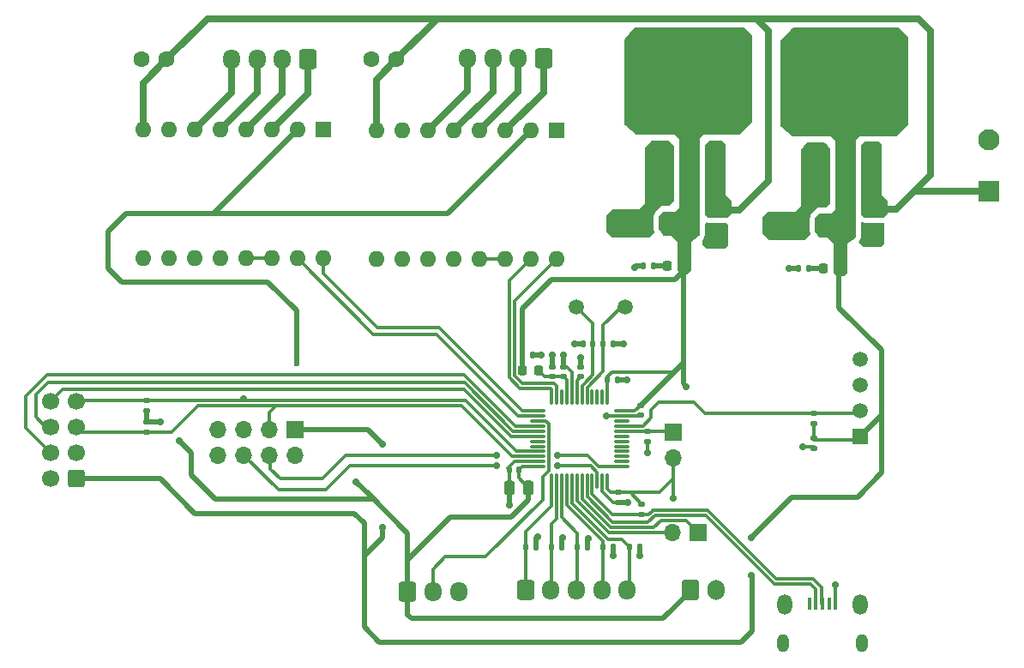
<source format=gbr>
%TF.GenerationSoftware,KiCad,Pcbnew,8.0.5*%
%TF.CreationDate,2025-01-03T15:42:35+07:00*%
%TF.ProjectId,Controller_Board,436f6e74-726f-46c6-9c65-725f426f6172,rev?*%
%TF.SameCoordinates,Original*%
%TF.FileFunction,Copper,L1,Top*%
%TF.FilePolarity,Positive*%
%FSLAX46Y46*%
G04 Gerber Fmt 4.6, Leading zero omitted, Abs format (unit mm)*
G04 Created by KiCad (PCBNEW 8.0.5) date 2025-01-03 15:42:35*
%MOMM*%
%LPD*%
G01*
G04 APERTURE LIST*
G04 Aperture macros list*
%AMRoundRect*
0 Rectangle with rounded corners*
0 $1 Rounding radius*
0 $2 $3 $4 $5 $6 $7 $8 $9 X,Y pos of 4 corners*
0 Add a 4 corners polygon primitive as box body*
4,1,4,$2,$3,$4,$5,$6,$7,$8,$9,$2,$3,0*
0 Add four circle primitives for the rounded corners*
1,1,$1+$1,$2,$3*
1,1,$1+$1,$4,$5*
1,1,$1+$1,$6,$7*
1,1,$1+$1,$8,$9*
0 Add four rect primitives between the rounded corners*
20,1,$1+$1,$2,$3,$4,$5,0*
20,1,$1+$1,$4,$5,$6,$7,0*
20,1,$1+$1,$6,$7,$8,$9,0*
20,1,$1+$1,$8,$9,$2,$3,0*%
G04 Aperture macros list end*
%TA.AperFunction,ComponentPad*%
%ADD10C,1.600000*%
%TD*%
%TA.AperFunction,SMDPad,CuDef*%
%ADD11RoundRect,0.135000X0.185000X-0.135000X0.185000X0.135000X-0.185000X0.135000X-0.185000X-0.135000X0*%
%TD*%
%TA.AperFunction,SMDPad,CuDef*%
%ADD12RoundRect,0.140000X-0.170000X0.140000X-0.170000X-0.140000X0.170000X-0.140000X0.170000X0.140000X0*%
%TD*%
%TA.AperFunction,SMDPad,CuDef*%
%ADD13RoundRect,0.135000X-0.135000X-0.185000X0.135000X-0.185000X0.135000X0.185000X-0.135000X0.185000X0*%
%TD*%
%TA.AperFunction,SMDPad,CuDef*%
%ADD14RoundRect,0.250000X1.250000X0.550000X-1.250000X0.550000X-1.250000X-0.550000X1.250000X-0.550000X0*%
%TD*%
%TA.AperFunction,SMDPad,CuDef*%
%ADD15RoundRect,0.250000X0.300000X-2.050000X0.300000X2.050000X-0.300000X2.050000X-0.300000X-2.050000X0*%
%TD*%
%TA.AperFunction,SMDPad,CuDef*%
%ADD16RoundRect,0.250000X2.375000X-2.025000X2.375000X2.025000X-2.375000X2.025000X-2.375000X-2.025000X0*%
%TD*%
%TA.AperFunction,SMDPad,CuDef*%
%ADD17RoundRect,0.250002X5.149998X-4.449998X5.149998X4.449998X-5.149998X4.449998X-5.149998X-4.449998X0*%
%TD*%
%TA.AperFunction,SMDPad,CuDef*%
%ADD18RoundRect,0.135000X-0.185000X0.135000X-0.185000X-0.135000X0.185000X-0.135000X0.185000X0.135000X0*%
%TD*%
%TA.AperFunction,SMDPad,CuDef*%
%ADD19RoundRect,0.218750X-0.218750X-0.256250X0.218750X-0.256250X0.218750X0.256250X-0.218750X0.256250X0*%
%TD*%
%TA.AperFunction,ComponentPad*%
%ADD20RoundRect,0.250000X0.600000X0.725000X-0.600000X0.725000X-0.600000X-0.725000X0.600000X-0.725000X0*%
%TD*%
%TA.AperFunction,ComponentPad*%
%ADD21O,1.700000X1.950000*%
%TD*%
%TA.AperFunction,SMDPad,CuDef*%
%ADD22RoundRect,0.140000X-0.140000X-0.170000X0.140000X-0.170000X0.140000X0.170000X-0.140000X0.170000X0*%
%TD*%
%TA.AperFunction,SMDPad,CuDef*%
%ADD23RoundRect,0.250000X0.250000X0.475000X-0.250000X0.475000X-0.250000X-0.475000X0.250000X-0.475000X0*%
%TD*%
%TA.AperFunction,SMDPad,CuDef*%
%ADD24RoundRect,0.135000X0.135000X0.185000X-0.135000X0.185000X-0.135000X-0.185000X0.135000X-0.185000X0*%
%TD*%
%TA.AperFunction,ComponentPad*%
%ADD25R,1.700000X1.700000*%
%TD*%
%TA.AperFunction,ComponentPad*%
%ADD26O,1.700000X1.700000*%
%TD*%
%TA.AperFunction,ComponentPad*%
%ADD27RoundRect,0.250000X-0.600000X-0.725000X0.600000X-0.725000X0.600000X0.725000X-0.600000X0.725000X0*%
%TD*%
%TA.AperFunction,ComponentPad*%
%ADD28RoundRect,0.250000X-0.600000X-0.750000X0.600000X-0.750000X0.600000X0.750000X-0.600000X0.750000X0*%
%TD*%
%TA.AperFunction,ComponentPad*%
%ADD29O,1.700000X2.000000*%
%TD*%
%TA.AperFunction,ComponentPad*%
%ADD30R,1.600000X1.600000*%
%TD*%
%TA.AperFunction,ComponentPad*%
%ADD31O,1.600000X1.600000*%
%TD*%
%TA.AperFunction,SMDPad,CuDef*%
%ADD32R,0.450000X1.300000*%
%TD*%
%TA.AperFunction,ComponentPad*%
%ADD33O,1.150000X1.800000*%
%TD*%
%TA.AperFunction,ComponentPad*%
%ADD34O,1.450000X2.000000*%
%TD*%
%TA.AperFunction,SMDPad,CuDef*%
%ADD35RoundRect,0.140000X0.170000X-0.140000X0.170000X0.140000X-0.170000X0.140000X-0.170000X-0.140000X0*%
%TD*%
%TA.AperFunction,SMDPad,CuDef*%
%ADD36RoundRect,0.250000X-0.475000X0.250000X-0.475000X-0.250000X0.475000X-0.250000X0.475000X0.250000X0*%
%TD*%
%TA.AperFunction,ComponentPad*%
%ADD37R,2.100000X2.100000*%
%TD*%
%TA.AperFunction,ComponentPad*%
%ADD38C,2.100000*%
%TD*%
%TA.AperFunction,SMDPad,CuDef*%
%ADD39RoundRect,0.140000X0.140000X0.170000X-0.140000X0.170000X-0.140000X-0.170000X0.140000X-0.170000X0*%
%TD*%
%TA.AperFunction,ComponentPad*%
%ADD40RoundRect,0.250000X0.600000X0.600000X-0.600000X0.600000X-0.600000X-0.600000X0.600000X-0.600000X0*%
%TD*%
%TA.AperFunction,ComponentPad*%
%ADD41C,1.700000*%
%TD*%
%TA.AperFunction,SMDPad,CuDef*%
%ADD42RoundRect,0.075000X-0.075000X0.662500X-0.075000X-0.662500X0.075000X-0.662500X0.075000X0.662500X0*%
%TD*%
%TA.AperFunction,SMDPad,CuDef*%
%ADD43RoundRect,0.075000X-0.662500X0.075000X-0.662500X-0.075000X0.662500X-0.075000X0.662500X0.075000X0*%
%TD*%
%TA.AperFunction,ComponentPad*%
%ADD44R,1.500000X1.500000*%
%TD*%
%TA.AperFunction,ComponentPad*%
%ADD45C,1.500000*%
%TD*%
%TA.AperFunction,ViaPad*%
%ADD46C,0.700000*%
%TD*%
%TA.AperFunction,ViaPad*%
%ADD47C,0.600000*%
%TD*%
%TA.AperFunction,Conductor*%
%ADD48C,0.300000*%
%TD*%
%TA.AperFunction,Conductor*%
%ADD49C,0.500000*%
%TD*%
%TA.AperFunction,Conductor*%
%ADD50C,0.700000*%
%TD*%
G04 APERTURE END LIST*
D10*
%TO.P,C15,1*%
%TO.N,PSU_+12V*%
X117300000Y-68000000D03*
%TO.P,C15,2*%
%TO.N,GND*%
X114800000Y-68000000D03*
%TD*%
D11*
%TO.P,R2,1*%
%TO.N,+3.3V*%
X92600000Y-102700000D03*
%TO.P,R2,2*%
%TO.N,I2C_SCL*%
X92600000Y-101680000D03*
%TD*%
D12*
%TO.P,C4,1*%
%TO.N,+3.3V*%
X141400000Y-102140000D03*
%TO.P,C4,2*%
%TO.N,GND*%
X141400000Y-103100000D03*
%TD*%
D13*
%TO.P,R8,1*%
%TO.N,LS_EXT_5*%
X140260000Y-116100000D03*
%TO.P,R8,2*%
%TO.N,GND*%
X141280000Y-116100000D03*
%TD*%
D14*
%TO.P,Electrolytic1,1*%
%TO.N,+3.3V*%
X145200000Y-84400000D03*
%TO.P,Electrolytic1,2*%
%TO.N,GND*%
X140800000Y-84400000D03*
%TD*%
D15*
%TO.P,U2,1,GND*%
%TO.N,GND*%
X143685000Y-78725000D03*
%TO.P,U2,2,VO*%
%TO.N,+3.3V*%
X146225000Y-78725000D03*
D16*
X143450000Y-72000000D03*
X149000000Y-72000000D03*
D17*
X146225000Y-69575000D03*
D16*
X143450000Y-67150000D03*
X149000000Y-67150000D03*
D15*
%TO.P,U2,3,VI*%
%TO.N,PSU_+12V*%
X148765000Y-78725000D03*
%TD*%
D18*
%TO.P,R4,1*%
%TO.N,+3.3V*%
X141500000Y-111890000D03*
%TO.P,R4,2*%
%TO.N,USB_D+*%
X141500000Y-112910000D03*
%TD*%
D19*
%TO.P,D1,1,K*%
%TO.N,Net-(D1-K)*%
X144012500Y-88400000D03*
%TO.P,D1,2,A*%
%TO.N,+3.3V*%
X145587500Y-88400000D03*
%TD*%
D20*
%TO.P,J7,1,Pin_1*%
%TO.N,Net-(A1-1B)*%
X131800000Y-67900000D03*
D21*
%TO.P,J7,2,Pin_2*%
%TO.N,Net-(A1-1A)*%
X129300000Y-67900000D03*
%TO.P,J7,3,Pin_3*%
%TO.N,Net-(A1-2A)*%
X126800000Y-67900000D03*
%TO.P,J7,4,Pin_4*%
%TO.N,Net-(A1-2B)*%
X124300000Y-67900000D03*
%TD*%
D22*
%TO.P,C5,1*%
%TO.N,+3.3V*%
X138120000Y-99637500D03*
%TO.P,C5,2*%
%TO.N,GND*%
X139080000Y-99637500D03*
%TD*%
D23*
%TO.P,C3,1*%
%TO.N,+3.3V*%
X130330000Y-110260000D03*
%TO.P,C3,2*%
%TO.N,GND*%
X128430000Y-110260000D03*
%TD*%
D15*
%TO.P,U3,1,GND*%
%TO.N,GND*%
X159125000Y-78725000D03*
%TO.P,U3,2,VO*%
%TO.N,+5V*%
X161665000Y-78725000D03*
D16*
X158890000Y-72000000D03*
X164440000Y-72000000D03*
D17*
X161665000Y-69575000D03*
D16*
X158890000Y-67150000D03*
X164440000Y-67150000D03*
D15*
%TO.P,U3,3,VI*%
%TO.N,PSU_+12V*%
X164205000Y-78725000D03*
%TD*%
D24*
%TO.P,R6,1*%
%TO.N,Net-(D2-K)*%
X157987500Y-88600000D03*
%TO.P,R6,2*%
%TO.N,GND*%
X156967500Y-88600000D03*
%TD*%
D25*
%TO.P,J9,1,Pin_1*%
%TO.N,USART_1_RX*%
X147075000Y-114700000D03*
D26*
%TO.P,J9,2,Pin_2*%
%TO.N,USART_1_TX*%
X144535000Y-114700000D03*
%TD*%
D20*
%TO.P,J8,1,Pin_1*%
%TO.N,Net-(A2-1B)*%
X108500000Y-68000000D03*
D21*
%TO.P,J8,2,Pin_2*%
%TO.N,Net-(A2-1A)*%
X106000000Y-68000000D03*
%TO.P,J8,3,Pin_3*%
%TO.N,Net-(A2-2A)*%
X103500000Y-68000000D03*
%TO.P,J8,4,Pin_4*%
%TO.N,Net-(A2-2B)*%
X101000000Y-68000000D03*
%TD*%
D12*
%TO.P,C14,1*%
%TO.N,GND*%
X135500000Y-98340000D03*
%TO.P,C14,2*%
%TO.N,Net-(U1-NRST)*%
X135500000Y-99300000D03*
%TD*%
D27*
%TO.P,J2,1,Pin_1*%
%TO.N,LS_EXT_1*%
X130040000Y-120400000D03*
D21*
%TO.P,J2,2,Pin_2*%
%TO.N,LS_EXT_2*%
X132540000Y-120400000D03*
%TO.P,J2,3,Pin_3*%
%TO.N,LS_EXT_3*%
X135040000Y-120400000D03*
%TO.P,J2,4,Pin_4*%
%TO.N,LS_EXT_4*%
X137540000Y-120400000D03*
%TO.P,J2,5,Pin_5*%
%TO.N,LS_EXT_5*%
X140040000Y-120400000D03*
%TD*%
D28*
%TO.P,J4,1,Pin_1*%
%TO.N,+3.3V*%
X146300000Y-120400000D03*
D29*
%TO.P,J4,2,Pin_2*%
%TO.N,GND*%
X148800000Y-120400000D03*
%TD*%
D30*
%TO.P,A1,1,GND*%
%TO.N,GND*%
X133100000Y-75000000D03*
D31*
%TO.P,A1,2,VDD*%
%TO.N,+5V*%
X130560000Y-75000000D03*
%TO.P,A1,3,1B*%
%TO.N,Net-(A1-1B)*%
X128020000Y-75000000D03*
%TO.P,A1,4,1A*%
%TO.N,Net-(A1-1A)*%
X125480000Y-75000000D03*
%TO.P,A1,5,2A*%
%TO.N,Net-(A1-2A)*%
X122940000Y-75000000D03*
%TO.P,A1,6,2B*%
%TO.N,Net-(A1-2B)*%
X120400000Y-75000000D03*
%TO.P,A1,7,GND*%
%TO.N,GND*%
X117860000Y-75000000D03*
%TO.P,A1,8,VMOT*%
%TO.N,PSU_+12V*%
X115320000Y-75000000D03*
%TO.P,A1,9,~{ENABLE}*%
%TO.N,unconnected-(A1-~{ENABLE}-Pad9)*%
X115320000Y-87700000D03*
%TO.P,A1,10,MS1*%
%TO.N,unconnected-(A1-MS1-Pad10)*%
X117860000Y-87700000D03*
%TO.P,A1,11,MS2*%
%TO.N,unconnected-(A1-MS2-Pad11)*%
X120400000Y-87700000D03*
%TO.P,A1,12,MS3*%
%TO.N,unconnected-(A1-MS3-Pad12)*%
X122940000Y-87700000D03*
%TO.P,A1,13,~{RESET}*%
%TO.N,Net-(A1-~{RESET})*%
X125480000Y-87700000D03*
%TO.P,A1,14,~{SLEEP}*%
X128020000Y-87700000D03*
%TO.P,A1,15,STEP*%
%TO.N,STEP_1*%
X130560000Y-87700000D03*
%TO.P,A1,16,DIR*%
%TO.N,DIR_1*%
X133100000Y-87700000D03*
%TD*%
D32*
%TO.P,J6,1,VBUS*%
%TO.N,unconnected-(J6-VBUS-Pad1)*%
X158025000Y-121750000D03*
%TO.P,J6,2,D-*%
%TO.N,USB_D-*%
X158675000Y-121750000D03*
%TO.P,J6,3,D+*%
%TO.N,USB_D+*%
X159325000Y-121750000D03*
%TO.P,J6,4,ID*%
%TO.N,unconnected-(J6-ID-Pad4)*%
X159975000Y-121750000D03*
%TO.P,J6,5,GND*%
%TO.N,GND*%
X160625000Y-121750000D03*
D33*
%TO.P,J6,6,Shield*%
%TO.N,unconnected-(J6-Shield-Pad6)*%
X155450000Y-125600000D03*
D34*
%TO.N,unconnected-(J6-Shield-Pad6)_3*%
X155600000Y-121800000D03*
%TO.N,unconnected-(J6-Shield-Pad6)_2*%
X163050000Y-121800000D03*
D33*
%TO.N,unconnected-(J6-Shield-Pad6)_1*%
X163200000Y-125600000D03*
%TD*%
D13*
%TO.P,R9,1*%
%TO.N,LS_EXT_4*%
X137660000Y-116100000D03*
%TO.P,R9,2*%
%TO.N,GND*%
X138680000Y-116100000D03*
%TD*%
D14*
%TO.P,Electrolytic2,1*%
%TO.N,+5V*%
X160800000Y-84600000D03*
%TO.P,Electrolytic2,2*%
%TO.N,GND*%
X156400000Y-84600000D03*
%TD*%
D18*
%TO.P,R7,1*%
%TO.N,DHT22_SDA*%
X158500000Y-102910000D03*
%TO.P,R7,2*%
%TO.N,+5V*%
X158500000Y-103930000D03*
%TD*%
D10*
%TO.P,C16,1*%
%TO.N,PSU_+12V*%
X94600000Y-68000000D03*
%TO.P,C16,2*%
%TO.N,GND*%
X92100000Y-68000000D03*
%TD*%
D19*
%TO.P,D2,1,K*%
%TO.N,Net-(D2-K)*%
X159400000Y-88600000D03*
%TO.P,D2,2,A*%
%TO.N,+5V*%
X160975000Y-88600000D03*
%TD*%
D18*
%TO.P,R1,1*%
%TO.N,/BOOT0*%
X142100000Y-104700000D03*
%TO.P,R1,2*%
%TO.N,GND*%
X142100000Y-105720000D03*
%TD*%
D19*
%TO.P,FB1,1*%
%TO.N,+3.3V*%
X129725000Y-98700000D03*
%TO.P,FB1,2*%
%TO.N,+3.3VA*%
X131300000Y-98700000D03*
%TD*%
D13*
%TO.P,R10,1*%
%TO.N,LS_EXT_3*%
X135160000Y-116100000D03*
%TO.P,R10,2*%
%TO.N,GND*%
X136180000Y-116100000D03*
%TD*%
D35*
%TO.P,C10,1*%
%TO.N,+3.3VA*%
X132700000Y-99300000D03*
%TO.P,C10,2*%
%TO.N,GND*%
X132700000Y-98340000D03*
%TD*%
D25*
%TO.P,JP1,1,A*%
%TO.N,/BOOT0*%
X144600000Y-104760000D03*
D26*
%TO.P,JP1,2,B*%
%TO.N,+3.3V*%
X144600000Y-107300000D03*
%TD*%
D36*
%TO.P,C2,1*%
%TO.N,PSU_+12V*%
X164190000Y-82750000D03*
%TO.P,C2,2*%
%TO.N,GND*%
X164190000Y-84650000D03*
%TD*%
D24*
%TO.P,R5,1*%
%TO.N,Net-(D1-K)*%
X142695000Y-88400000D03*
%TO.P,R5,2*%
%TO.N,GND*%
X141675000Y-88400000D03*
%TD*%
D37*
%TO.P,J10,1,Pin_1*%
%TO.N,PSU_+12V*%
X175800000Y-81000000D03*
D38*
%TO.P,J10,2,Pin_2*%
%TO.N,GND*%
X175800000Y-75920000D03*
%TD*%
D22*
%TO.P,C11,1*%
%TO.N,/HSE_OUT*%
X137700000Y-96100000D03*
%TO.P,C11,2*%
%TO.N,GND*%
X138660000Y-96100000D03*
%TD*%
D12*
%TO.P,C17,1*%
%TO.N,+5V*%
X158500000Y-105395000D03*
%TO.P,C17,2*%
%TO.N,GND*%
X158500000Y-106355000D03*
%TD*%
D39*
%TO.P,C6,1*%
%TO.N,+3.3V*%
X129360000Y-108510000D03*
%TO.P,C6,2*%
%TO.N,GND*%
X128400000Y-108510000D03*
%TD*%
D40*
%TO.P,J3,1,Pin_1*%
%TO.N,+5V*%
X85700000Y-109340000D03*
D41*
%TO.P,J3,2,Pin_2*%
%TO.N,GND*%
X83160000Y-109340000D03*
%TO.P,J3,3,Pin_3*%
%TO.N,unconnected-(J3-Pin_3-Pad3)*%
X85700000Y-106800000D03*
%TO.P,J3,4,Pin_4*%
%TO.N,BUTTON_1*%
X83160000Y-106800000D03*
%TO.P,J3,5,Pin_5*%
%TO.N,I2C_SDA*%
X85700000Y-104260000D03*
%TO.P,J3,6,Pin_6*%
%TO.N,BUTTON_2*%
X83160000Y-104260000D03*
%TO.P,J3,7,Pin_7*%
%TO.N,I2C_SCL*%
X85700000Y-101720000D03*
%TO.P,J3,8,Pin_8*%
%TO.N,BUTTON_3*%
X83160000Y-101720000D03*
%TD*%
D35*
%TO.P,C9,1*%
%TO.N,+3.3VA*%
X133800000Y-99300000D03*
%TO.P,C9,2*%
%TO.N,GND*%
X133800000Y-98340000D03*
%TD*%
D22*
%TO.P,C13,1*%
%TO.N,+3.3V*%
X129740000Y-97200000D03*
%TO.P,C13,2*%
%TO.N,GND*%
X130700000Y-97200000D03*
%TD*%
D30*
%TO.P,A2,1,GND*%
%TO.N,GND*%
X110040000Y-74900000D03*
D31*
%TO.P,A2,2,VDD*%
%TO.N,+5V*%
X107500000Y-74900000D03*
%TO.P,A2,3,1B*%
%TO.N,Net-(A2-1B)*%
X104960000Y-74900000D03*
%TO.P,A2,4,1A*%
%TO.N,Net-(A2-1A)*%
X102420000Y-74900000D03*
%TO.P,A2,5,2A*%
%TO.N,Net-(A2-2A)*%
X99880000Y-74900000D03*
%TO.P,A2,6,2B*%
%TO.N,Net-(A2-2B)*%
X97340000Y-74900000D03*
%TO.P,A2,7,GND*%
%TO.N,GND*%
X94800000Y-74900000D03*
%TO.P,A2,8,VMOT*%
%TO.N,PSU_+12V*%
X92260000Y-74900000D03*
%TO.P,A2,9,~{ENABLE}*%
%TO.N,unconnected-(A2-~{ENABLE}-Pad9)*%
X92260000Y-87600000D03*
%TO.P,A2,10,MS1*%
%TO.N,unconnected-(A2-MS1-Pad10)*%
X94800000Y-87600000D03*
%TO.P,A2,11,MS2*%
%TO.N,unconnected-(A2-MS2-Pad11)*%
X97340000Y-87600000D03*
%TO.P,A2,12,MS3*%
%TO.N,unconnected-(A2-MS3-Pad12)*%
X99880000Y-87600000D03*
%TO.P,A2,13,~{RESET}*%
%TO.N,Net-(A2-~{RESET})*%
X102420000Y-87600000D03*
%TO.P,A2,14,~{SLEEP}*%
X104960000Y-87600000D03*
%TO.P,A2,15,STEP*%
%TO.N,STEP_2*%
X107500000Y-87600000D03*
%TO.P,A2,16,DIR*%
%TO.N,DIR_2*%
X110040000Y-87600000D03*
%TD*%
D42*
%TO.P,U1,1,VBAT*%
%TO.N,+3.3V*%
X138100000Y-101275000D03*
%TO.P,U1,2,PC13*%
%TO.N,unconnected-(U1-PC13-Pad2)*%
X137600000Y-101275000D03*
%TO.P,U1,3,PC14*%
%TO.N,unconnected-(U1-PC14-Pad3)*%
X137100000Y-101275000D03*
%TO.P,U1,4,PC15*%
%TO.N,unconnected-(U1-PC15-Pad4)*%
X136600000Y-101275000D03*
%TO.P,U1,5,PD0*%
%TO.N,/HSE_OUT*%
X136100000Y-101275000D03*
%TO.P,U1,6,PD1*%
%TO.N,/HSE_IN*%
X135600000Y-101275000D03*
%TO.P,U1,7,NRST*%
%TO.N,Net-(U1-NRST)*%
X135100000Y-101275000D03*
%TO.P,U1,8,VSSA*%
%TO.N,GND*%
X134600000Y-101275000D03*
%TO.P,U1,9,VDDA*%
%TO.N,+3.3VA*%
X134100000Y-101275000D03*
%TO.P,U1,10,PA0*%
%TO.N,unconnected-(U1-PA0-Pad10)*%
X133600000Y-101275000D03*
%TO.P,U1,11,PA1*%
%TO.N,DIR_1*%
X133100000Y-101275000D03*
%TO.P,U1,12,PA2*%
%TO.N,STEP_1*%
X132600000Y-101275000D03*
D43*
%TO.P,U1,13,PA3*%
%TO.N,DIR_2*%
X131187500Y-102687500D03*
%TO.P,U1,14,PA4*%
%TO.N,STEP_2*%
X131187500Y-103187500D03*
%TO.P,U1,15,PA5*%
%TO.N,LS_ZERO*%
X131187500Y-103687500D03*
%TO.P,U1,16,PA6*%
%TO.N,BUTTON_1*%
X131187500Y-104187500D03*
%TO.P,U1,17,PA7*%
%TO.N,BUTTON_2*%
X131187500Y-104687500D03*
%TO.P,U1,18,PB0*%
%TO.N,BUTTON_3*%
X131187500Y-105187500D03*
%TO.P,U1,19,PB1*%
%TO.N,unconnected-(U1-PB1-Pad19)*%
X131187500Y-105687500D03*
%TO.P,U1,20,PB2*%
%TO.N,unconnected-(U1-PB2-Pad20)*%
X131187500Y-106187500D03*
%TO.P,U1,21,PB10*%
%TO.N,I2C_SCL*%
X131187500Y-106687500D03*
%TO.P,U1,22,PB11*%
%TO.N,I2C_SDA*%
X131187500Y-107187500D03*
%TO.P,U1,23,VSS*%
%TO.N,GND*%
X131187500Y-107687500D03*
%TO.P,U1,24,VDD*%
%TO.N,+3.3V*%
X131187500Y-108187500D03*
D42*
%TO.P,U1,25,PB12*%
%TO.N,LS_EXT_1*%
X132600000Y-109600000D03*
%TO.P,U1,26,PB13*%
%TO.N,LS_EXT_2*%
X133100000Y-109600000D03*
%TO.P,U1,27,PB14*%
%TO.N,LS_EXT_3*%
X133600000Y-109600000D03*
%TO.P,U1,28,PB15*%
%TO.N,LS_EXT_4*%
X134100000Y-109600000D03*
%TO.P,U1,29,PA8*%
%TO.N,LS_EXT_5*%
X134600000Y-109600000D03*
%TO.P,U1,30,PA9*%
%TO.N,USART_1_TX*%
X135100000Y-109600000D03*
%TO.P,U1,31,PA10*%
%TO.N,USART_1_RX*%
X135600000Y-109600000D03*
%TO.P,U1,32,PA11*%
%TO.N,USB_D-*%
X136100000Y-109600000D03*
%TO.P,U1,33,PA12*%
%TO.N,USB_D+*%
X136600000Y-109600000D03*
%TO.P,U1,34,PA13*%
%TO.N,SWDIO*%
X137100000Y-109600000D03*
%TO.P,U1,35,VSS*%
%TO.N,GND*%
X137600000Y-109600000D03*
%TO.P,U1,36,VDD*%
%TO.N,+3.3V*%
X138100000Y-109600000D03*
D43*
%TO.P,U1,37,PA14*%
%TO.N,SWCLK*%
X139512500Y-108187500D03*
%TO.P,U1,38,PA15*%
%TO.N,unconnected-(U1-PA15-Pad38)*%
X139512500Y-107687500D03*
%TO.P,U1,39,PB3*%
%TO.N,unconnected-(U1-PB3-Pad39)*%
X139512500Y-107187500D03*
%TO.P,U1,40,PB4*%
%TO.N,unconnected-(U1-PB4-Pad40)*%
X139512500Y-106687500D03*
%TO.P,U1,41,PB5*%
%TO.N,unconnected-(U1-PB5-Pad41)*%
X139512500Y-106187500D03*
%TO.P,U1,42,PB6*%
%TO.N,unconnected-(U1-PB6-Pad42)*%
X139512500Y-105687500D03*
%TO.P,U1,43,PB7*%
%TO.N,unconnected-(U1-PB7-Pad43)*%
X139512500Y-105187500D03*
%TO.P,U1,44,BOOT0*%
%TO.N,/BOOT0*%
X139512500Y-104687500D03*
%TO.P,U1,45,PB8*%
%TO.N,DHT22_SDA*%
X139512500Y-104187500D03*
%TO.P,U1,46,PB9*%
%TO.N,unconnected-(U1-PB9-Pad46)*%
X139512500Y-103687500D03*
%TO.P,U1,47,VSS*%
%TO.N,GND*%
X139512500Y-103187500D03*
%TO.P,U1,48,VDD*%
%TO.N,+3.3V*%
X139512500Y-102687500D03*
%TD*%
D27*
%TO.P,J1,1,Pin_1*%
%TO.N,+3.3V*%
X118400000Y-120500000D03*
D21*
%TO.P,J1,2,Pin_2*%
%TO.N,LS_ZERO*%
X120900000Y-120500000D03*
%TO.P,J1,3,Pin_3*%
%TO.N,GND*%
X123400000Y-120500000D03*
%TD*%
D39*
%TO.P,C12,1*%
%TO.N,/HSE_IN*%
X136660000Y-96100000D03*
%TO.P,C12,2*%
%TO.N,GND*%
X135700000Y-96100000D03*
%TD*%
D12*
%TO.P,C7,1*%
%TO.N,+3.3V*%
X139200000Y-110740000D03*
%TO.P,C7,2*%
%TO.N,GND*%
X139200000Y-111700000D03*
%TD*%
D44*
%TO.P,U4,1,VDD*%
%TO.N,+5V*%
X163100000Y-105210000D03*
D45*
%TO.P,U4,2,SDA*%
%TO.N,DHT22_SDA*%
X163100000Y-102670000D03*
%TO.P,U4,3,GND*%
%TO.N,GND*%
X163100000Y-100130000D03*
%TO.P,U4,4,GND*%
X163100000Y-97590000D03*
%TD*%
%TO.P,Y1,1,1*%
%TO.N,/HSE_OUT*%
X139900000Y-92400000D03*
%TO.P,Y1,2,2*%
%TO.N,/HSE_IN*%
X135020000Y-92400000D03*
%TD*%
D13*
%TO.P,R11,1*%
%TO.N,LS_EXT_2*%
X132560000Y-116100000D03*
%TO.P,R11,2*%
%TO.N,GND*%
X133580000Y-116100000D03*
%TD*%
%TO.P,R12,1*%
%TO.N,LS_EXT_1*%
X130060000Y-116100000D03*
%TO.P,R12,2*%
%TO.N,GND*%
X131080000Y-116100000D03*
%TD*%
D18*
%TO.P,R3,1*%
%TO.N,+3.3V*%
X92600000Y-103780000D03*
%TO.P,R3,2*%
%TO.N,I2C_SDA*%
X92600000Y-104800000D03*
%TD*%
D25*
%TO.P,J5,1,Pin_1*%
%TO.N,+5V*%
X107300000Y-104560000D03*
D26*
%TO.P,J5,2,Pin_2*%
%TO.N,+3.3V*%
X107300000Y-107100000D03*
%TO.P,J5,3,Pin_3*%
%TO.N,I2C_SDA*%
X104760000Y-104560000D03*
%TO.P,J5,4,Pin_4*%
%TO.N,SWCLK*%
X104760000Y-107100000D03*
%TO.P,J5,5,Pin_5*%
%TO.N,I2C_SCL*%
X102220000Y-104560000D03*
%TO.P,J5,6,Pin_6*%
%TO.N,SWDIO*%
X102220000Y-107100000D03*
%TO.P,J5,7,Pin_7*%
%TO.N,GND*%
X99680000Y-104560000D03*
%TO.P,J5,8,Pin_8*%
X99680000Y-107100000D03*
%TD*%
D36*
%TO.P,C1,1*%
%TO.N,PSU_+12V*%
X148850000Y-82875000D03*
%TO.P,C1,2*%
%TO.N,GND*%
X148850000Y-84775000D03*
%TD*%
D46*
%TO.N,GND*%
X160625000Y-119900000D03*
X157840000Y-77900000D03*
X141300000Y-117000000D03*
X128400000Y-112000000D03*
X154200000Y-85100000D03*
X149365000Y-86075000D03*
X139700000Y-96100000D03*
X142100000Y-106800000D03*
X142465000Y-76775000D03*
X132700000Y-97200000D03*
X138700000Y-117000000D03*
X138600000Y-84000000D03*
X148465000Y-86075000D03*
X163740000Y-86000000D03*
X133700000Y-115200000D03*
X131600000Y-97200000D03*
X138600000Y-84900000D03*
X157840000Y-77000000D03*
X140800000Y-88500000D03*
X136200000Y-115300000D03*
X138000000Y-103200000D03*
X156037500Y-88650000D03*
X131200000Y-115100000D03*
X140000000Y-99600000D03*
X135500000Y-97400000D03*
X164640000Y-86000000D03*
X133800000Y-97200000D03*
X134900000Y-96100000D03*
X142465000Y-77675000D03*
X154200000Y-84200000D03*
X157400000Y-106200000D03*
X140100000Y-111700000D03*
%TO.N,+3.3V*%
X145900000Y-100300000D03*
X144600000Y-111300000D03*
X95800000Y-105600000D03*
X94000000Y-103800000D03*
X113300000Y-109700000D03*
D47*
%TO.N,+5V*%
X107400000Y-98000000D03*
D46*
X152300000Y-115200000D03*
X152300000Y-118900000D03*
X115900000Y-114200000D03*
X115900000Y-106000000D03*
%TO.N,I2C_SCL*%
X102200000Y-101480000D03*
%TO.N,SWCLK*%
X133200000Y-107100000D03*
X127200000Y-107100000D03*
%TO.N,SWDIO*%
X127200000Y-108100000D03*
X133200000Y-108100000D03*
%TD*%
D48*
%TO.N,GND*%
X128400000Y-108510000D02*
X128400000Y-110230000D01*
D49*
X136180000Y-115320000D02*
X136180000Y-116100000D01*
X141280000Y-116100000D02*
X141280000Y-116980000D01*
X139962500Y-99637500D02*
X140000000Y-99600000D01*
D48*
X158495000Y-106200000D02*
X158500000Y-106195000D01*
D49*
X131080000Y-116100000D02*
X131080000Y-115220000D01*
X130700000Y-97200000D02*
X131600000Y-97200000D01*
X131080000Y-115220000D02*
X131200000Y-115100000D01*
X140900000Y-88400000D02*
X140800000Y-88500000D01*
D48*
X131187500Y-107687500D02*
X128912501Y-107687500D01*
D49*
X135500000Y-97400000D02*
X135500000Y-98340000D01*
D48*
X128267500Y-108377500D02*
X128400000Y-108510000D01*
X137600000Y-109600000D02*
X137600000Y-110660000D01*
D49*
X156087500Y-88600000D02*
X156037500Y-88650000D01*
X156967500Y-88600000D02*
X156087500Y-88600000D01*
X133580000Y-115320000D02*
X133700000Y-115200000D01*
X128400000Y-112000000D02*
X128400000Y-110290000D01*
D48*
X157400000Y-106200000D02*
X158495000Y-106200000D01*
D49*
X138660000Y-96100000D02*
X139700000Y-96100000D01*
X136200000Y-115300000D02*
X136180000Y-115320000D01*
X139080000Y-99637500D02*
X139962500Y-99637500D01*
X133800000Y-97200000D02*
X133800000Y-98340000D01*
X133580000Y-116100000D02*
X133580000Y-115320000D01*
D48*
X128400000Y-108200001D02*
X128400000Y-108510000D01*
X139512500Y-103187500D02*
X138012500Y-103187500D01*
X141312500Y-103187500D02*
X141400000Y-103100000D01*
D49*
X138680000Y-116100000D02*
X138680000Y-116980000D01*
X128400000Y-110290000D02*
X128430000Y-110260000D01*
D48*
X138012500Y-103187500D02*
X138000000Y-103200000D01*
X134600000Y-98830001D02*
X134109999Y-98340000D01*
D49*
X135700000Y-96100000D02*
X134900000Y-96100000D01*
D48*
X138640000Y-111700000D02*
X139200000Y-111700000D01*
X128400000Y-110230000D02*
X128430000Y-110260000D01*
D49*
X138680000Y-116980000D02*
X138700000Y-117000000D01*
D48*
X128912501Y-107687500D02*
X128400000Y-108200001D01*
D49*
X141675000Y-88400000D02*
X140900000Y-88400000D01*
D48*
X134109999Y-98340000D02*
X133800000Y-98340000D01*
D49*
X140100000Y-111700000D02*
X139200000Y-111700000D01*
D48*
X160625000Y-121750000D02*
X160625000Y-119900000D01*
X142100000Y-105720000D02*
X142100000Y-106800000D01*
X139512500Y-103187500D02*
X141312500Y-103187500D01*
X134600000Y-101275000D02*
X134600000Y-98830001D01*
X137600000Y-110660000D02*
X138640000Y-111700000D01*
D49*
X132700000Y-97200000D02*
X132700000Y-98340000D01*
X141280000Y-116980000D02*
X141300000Y-117000000D01*
D48*
%TO.N,STEP_1*%
X132500000Y-100430000D02*
X129462497Y-100430000D01*
X132600000Y-101275000D02*
X132600000Y-100530000D01*
X132600000Y-100530000D02*
X132500000Y-100430000D01*
X128437500Y-89822500D02*
X130560000Y-87700000D01*
X128437500Y-99405003D02*
X128437500Y-89822500D01*
X129462497Y-100430000D02*
X128437500Y-99405003D01*
D50*
%TO.N,Net-(A1-2B)*%
X124300000Y-67900000D02*
X124300000Y-71100000D01*
X124300000Y-71100000D02*
X120400000Y-75000000D01*
%TO.N,Net-(A1-2A)*%
X126800000Y-67900000D02*
X126800000Y-71140000D01*
X126800000Y-71140000D02*
X122940000Y-75000000D01*
D48*
%TO.N,+3.3V*%
X138100000Y-101275000D02*
X138100000Y-99657500D01*
X138120000Y-99327501D02*
X138627501Y-98820000D01*
D49*
X129740000Y-92560000D02*
X132600000Y-89700000D01*
X118400000Y-120500000D02*
X118400000Y-117400000D01*
D48*
X129360000Y-108510000D02*
X129360000Y-109290000D01*
D49*
X122600000Y-113200000D02*
X128600000Y-113200000D01*
D48*
X141353154Y-102140000D02*
X141400000Y-102140000D01*
X138120000Y-99637500D02*
X138120000Y-99327501D01*
D49*
X132600000Y-89700000D02*
X144793750Y-89700000D01*
X129740000Y-97200000D02*
X129740000Y-92560000D01*
X129740000Y-98685000D02*
X129725000Y-98700000D01*
X145900000Y-100300000D02*
X145587500Y-99987500D01*
X95800000Y-105600000D02*
X97000000Y-106800000D01*
X145587500Y-97952500D02*
X144720000Y-98820000D01*
D48*
X138100000Y-110400000D02*
X138400000Y-110700000D01*
X144600000Y-109400000D02*
X144600000Y-107300000D01*
D49*
X145587500Y-88400000D02*
X145587500Y-97952500D01*
X144720000Y-98820000D02*
X141400000Y-102140000D01*
D48*
X144600000Y-109400000D02*
X144600000Y-111300000D01*
D49*
X146200000Y-120600000D02*
X146200000Y-120400000D01*
D48*
X143260000Y-110740000D02*
X144600000Y-109400000D01*
X129682500Y-108187500D02*
X129360000Y-108510000D01*
D49*
X118400000Y-117400000D02*
X122600000Y-113200000D01*
X144793750Y-89700000D02*
X145587500Y-88906250D01*
D48*
X140350000Y-110740000D02*
X141500000Y-111890000D01*
X131187500Y-108187500D02*
X129682500Y-108187500D01*
X138100000Y-109600000D02*
X138100000Y-110400000D01*
D49*
X118400000Y-114800000D02*
X114600000Y-111000000D01*
X93980000Y-103780000D02*
X94000000Y-103800000D01*
X130330000Y-111470000D02*
X130330000Y-110260000D01*
D48*
X138400000Y-110700000D02*
X139100000Y-110700000D01*
X140805654Y-102687500D02*
X141353154Y-102140000D01*
D49*
X145587500Y-99987500D02*
X145587500Y-97952500D01*
X129740000Y-97200000D02*
X129740000Y-98685000D01*
X97000000Y-106800000D02*
X97000000Y-109000000D01*
X99400000Y-111400000D02*
X115000000Y-111400000D01*
X118800000Y-123200000D02*
X143600000Y-123200000D01*
D48*
X138100000Y-99657500D02*
X138120000Y-99637500D01*
D49*
X145587500Y-88906250D02*
X145587500Y-88400000D01*
X118400000Y-117400000D02*
X118400000Y-114800000D01*
D48*
X129360000Y-109290000D02*
X130330000Y-110260000D01*
D49*
X92600000Y-103780000D02*
X93980000Y-103780000D01*
D48*
X140350000Y-110740000D02*
X143260000Y-110740000D01*
X139512500Y-102687500D02*
X140805654Y-102687500D01*
D49*
X118400000Y-120500000D02*
X118400000Y-122800000D01*
D48*
X139200000Y-110740000D02*
X140350000Y-110740000D01*
D49*
X92600000Y-102700000D02*
X92600000Y-103780000D01*
D48*
X138627501Y-98820000D02*
X144720000Y-98820000D01*
D49*
X97000000Y-109000000D02*
X99400000Y-111400000D01*
X128600000Y-113200000D02*
X130330000Y-111470000D01*
X118400000Y-122800000D02*
X118800000Y-123200000D01*
X114600000Y-111000000D02*
X113300000Y-109700000D01*
X143600000Y-123200000D02*
X146200000Y-120600000D01*
D50*
%TO.N,Net-(A1-1B)*%
X131800000Y-67900000D02*
X131800000Y-71220000D01*
X131800000Y-71220000D02*
X128020000Y-75000000D01*
D48*
%TO.N,Net-(A1-~{RESET})*%
X125480000Y-87700000D02*
X128020000Y-87700000D01*
%TO.N,DIR_1*%
X133100000Y-101275000D02*
X133100000Y-100200000D01*
X128937500Y-91862500D02*
X133100000Y-87700000D01*
X129669604Y-99930000D02*
X128937500Y-99197896D01*
X132830000Y-99930000D02*
X129669604Y-99930000D01*
X133100000Y-100200000D02*
X132830000Y-99930000D01*
X128937500Y-99197896D02*
X128937500Y-91862500D01*
D50*
%TO.N,Net-(A1-1A)*%
X129300000Y-67900000D02*
X129300000Y-71180000D01*
X129300000Y-71180000D02*
X125480000Y-75000000D01*
%TO.N,PSU_+12V*%
X117300000Y-68000000D02*
X120700000Y-64600000D01*
X120700000Y-64600000D02*
X121300000Y-64000000D01*
X154000000Y-65200000D02*
X152800000Y-64000000D01*
X152800000Y-64000000D02*
X168800000Y-64000000D01*
X92260000Y-74900000D02*
X92260000Y-70340000D01*
X92260000Y-70340000D02*
X94600000Y-68000000D01*
X170000000Y-71800000D02*
X170000000Y-73200000D01*
X170000000Y-65200000D02*
X170000000Y-71800000D01*
X98600000Y-64000000D02*
X121300000Y-64000000D01*
X166650000Y-82750000D02*
X164190000Y-82750000D01*
X151125000Y-82875000D02*
X154000000Y-80000000D01*
X175800000Y-81000000D02*
X168400000Y-81000000D01*
X170000000Y-73200000D02*
X170000000Y-79400000D01*
X154000000Y-80000000D02*
X154000000Y-65200000D01*
X148850000Y-82875000D02*
X151125000Y-82875000D01*
X168800000Y-64000000D02*
X170000000Y-65200000D01*
X115320000Y-69980000D02*
X117300000Y-68000000D01*
X168400000Y-81000000D02*
X166650000Y-82750000D01*
X121300000Y-64000000D02*
X152800000Y-64000000D01*
X115320000Y-75000000D02*
X115320000Y-69980000D01*
X170000000Y-79400000D02*
X168400000Y-81000000D01*
X94600000Y-68000000D02*
X98600000Y-64000000D01*
%TO.N,Net-(A2-2B)*%
X101000000Y-71240000D02*
X97340000Y-74900000D01*
D49*
X97340000Y-74900000D02*
X97400000Y-74900000D01*
D50*
X101000000Y-68000000D02*
X101000000Y-71240000D01*
D48*
%TO.N,DIR_2*%
X131187500Y-102687500D02*
X129687500Y-102687500D01*
X121500000Y-94500000D02*
X115400000Y-94500000D01*
X129687500Y-102687500D02*
X121500000Y-94500000D01*
X115400000Y-94500000D02*
X110040000Y-89140000D01*
X110040000Y-89140000D02*
X110040000Y-87600000D01*
D50*
%TO.N,Net-(A2-1B)*%
X108500000Y-71360000D02*
X104960000Y-74900000D01*
X108500000Y-68000000D02*
X108500000Y-71360000D01*
%TO.N,Net-(A2-2A)*%
X103500000Y-68000000D02*
X103500000Y-71280000D01*
X103500000Y-71280000D02*
X99880000Y-74900000D01*
D48*
%TO.N,STEP_2*%
X131187500Y-103187500D02*
X129287500Y-103187500D01*
X115000000Y-95100000D02*
X107500000Y-87600000D01*
X129287500Y-103187500D02*
X121200000Y-95100000D01*
X121200000Y-95100000D02*
X115000000Y-95100000D01*
D50*
%TO.N,Net-(A2-1A)*%
X106000000Y-71320000D02*
X102420000Y-74900000D01*
X106000000Y-68000000D02*
X106000000Y-71320000D01*
D48*
%TO.N,Net-(A2-~{RESET})*%
X102420000Y-87600000D02*
X104960000Y-87600000D01*
%TO.N,+3.3VA*%
X132700000Y-99300000D02*
X133800000Y-99300000D01*
X131300000Y-98700000D02*
X131900000Y-99300000D01*
X133800000Y-99300000D02*
X134100000Y-99600000D01*
X134100000Y-99600000D02*
X134100000Y-101275000D01*
X131900000Y-99300000D02*
X132700000Y-99300000D01*
%TO.N,/HSE_OUT*%
X137700000Y-94200000D02*
X137700000Y-96100000D01*
X139500000Y-92400000D02*
X137700000Y-94200000D01*
X136100000Y-101275000D02*
X136100000Y-100413952D01*
X136100000Y-100413952D02*
X137700000Y-98813952D01*
X139900000Y-92400000D02*
X139500000Y-92400000D01*
X137700000Y-98813952D02*
X137700000Y-96100000D01*
%TO.N,/HSE_IN*%
X135600000Y-100200000D02*
X135870000Y-99930000D01*
X136660000Y-94040000D02*
X136660000Y-96100000D01*
X135876846Y-99930000D02*
X136660000Y-99146846D01*
X135020000Y-92400000D02*
X136660000Y-94040000D01*
X135600000Y-101275000D02*
X135600000Y-100200000D01*
X136660000Y-99146846D02*
X136660000Y-96100000D01*
X135870000Y-99930000D02*
X135876846Y-99930000D01*
%TO.N,Net-(U1-NRST)*%
X135100000Y-101275000D02*
X135100000Y-99700000D01*
X135100000Y-99700000D02*
X135500000Y-99300000D01*
D49*
%TO.N,+5V*%
X88800000Y-85000000D02*
X90600000Y-83200000D01*
X115900000Y-115200000D02*
X114100000Y-117000000D01*
X85700000Y-109340000D02*
X93940000Y-109340000D01*
X88800000Y-88600000D02*
X88800000Y-85000000D01*
D48*
X158500000Y-103930000D02*
X158500000Y-105555000D01*
D49*
X114100000Y-124000000D02*
X115600000Y-125500000D01*
X114460000Y-104560000D02*
X107300000Y-104560000D01*
X160975000Y-92475000D02*
X160975000Y-88600000D01*
X115900000Y-114200000D02*
X115800000Y-114200000D01*
X165200000Y-103110000D02*
X165200000Y-96700000D01*
X152300000Y-115200000D02*
X156300000Y-111200000D01*
X107400000Y-98000000D02*
X107400000Y-92800000D01*
X152400000Y-119000000D02*
X152300000Y-118900000D01*
X114100000Y-117000000D02*
X114100000Y-124000000D01*
X113100000Y-112800000D02*
X114100000Y-113800000D01*
X165200000Y-108800000D02*
X165200000Y-103110000D01*
X162800000Y-111200000D02*
X165200000Y-108800000D01*
X114100000Y-113800000D02*
X114100000Y-117000000D01*
X156300000Y-111200000D02*
X162800000Y-111200000D01*
D48*
X163415000Y-105555000D02*
X163500000Y-105640000D01*
D49*
X165200000Y-96700000D02*
X160975000Y-92475000D01*
X90600000Y-83200000D02*
X99200000Y-83200000D01*
X115900000Y-114200000D02*
X115900000Y-115200000D01*
X115900000Y-106000000D02*
X114460000Y-104560000D01*
X99200000Y-83200000D02*
X122360000Y-83200000D01*
X90200000Y-90000000D02*
X88800000Y-88600000D01*
X115600000Y-125500000D02*
X151300000Y-125500000D01*
X104600000Y-90000000D02*
X90200000Y-90000000D01*
X151300000Y-125500000D02*
X152400000Y-124400000D01*
X99200000Y-83200000D02*
X107500000Y-74900000D01*
X152400000Y-124400000D02*
X152400000Y-119000000D01*
X97400000Y-112800000D02*
X113100000Y-112800000D01*
X93940000Y-109340000D02*
X97400000Y-112800000D01*
X165200000Y-103110000D02*
X163100000Y-105210000D01*
D48*
X158500000Y-105555000D02*
X163415000Y-105555000D01*
D49*
X107400000Y-92800000D02*
X104600000Y-90000000D01*
X122360000Y-83200000D02*
X130560000Y-75000000D01*
%TO.N,Net-(D1-K)*%
X144012500Y-88400000D02*
X142695000Y-88400000D01*
%TO.N,Net-(D2-K)*%
X159400000Y-88600000D02*
X157987500Y-88600000D01*
D48*
%TO.N,LS_ZERO*%
X126100000Y-117100000D02*
X122100000Y-117100000D01*
X132300000Y-103959380D02*
X132300000Y-108559380D01*
X122100000Y-117100000D02*
X120900000Y-118300000D01*
X131187500Y-103687500D02*
X132028120Y-103687500D01*
X131700000Y-109159380D02*
X131700000Y-111500000D01*
X131700000Y-111500000D02*
X126100000Y-117100000D01*
X120900000Y-118300000D02*
X120900000Y-120500000D01*
X132028120Y-103687500D02*
X132300000Y-103959380D01*
X132300000Y-108559380D02*
X131700000Y-109159380D01*
%TO.N,LS_EXT_5*%
X134600000Y-111792894D02*
X138160000Y-115352894D01*
X140260000Y-116100000D02*
X140260000Y-120340000D01*
X134600000Y-109600000D02*
X134600000Y-111792894D01*
X139512894Y-115352894D02*
X140260000Y-116100000D01*
X138160000Y-115352894D02*
X139512894Y-115352894D01*
X140260000Y-120340000D02*
X140200000Y-120400000D01*
%TO.N,LS_EXT_3*%
X135160000Y-114760000D02*
X135160000Y-116100000D01*
X133600000Y-113200000D02*
X135160000Y-114760000D01*
X133600000Y-109600000D02*
X133600000Y-113200000D01*
X135160000Y-120360000D02*
X135120000Y-120400000D01*
X135160000Y-116100000D02*
X135160000Y-120360000D01*
%TO.N,LS_EXT_4*%
X134100000Y-112000000D02*
X134100000Y-109600000D01*
X137660000Y-115560000D02*
X134100000Y-112000000D01*
X137660000Y-116100000D02*
X137660000Y-120400000D01*
X137660000Y-116100000D02*
X137660000Y-115560000D01*
%TO.N,LS_EXT_1*%
X132600000Y-109600000D02*
X132600000Y-112100000D01*
X132600000Y-112100000D02*
X130060000Y-114640000D01*
X130060000Y-114640000D02*
X130060000Y-116100000D01*
X130060000Y-116100000D02*
X130060000Y-120380000D01*
X130060000Y-120380000D02*
X130040000Y-120400000D01*
%TO.N,LS_EXT_2*%
X133100000Y-109600000D02*
X133100000Y-113300000D01*
X132560000Y-113840000D02*
X132560000Y-116100000D01*
X132560000Y-120380000D02*
X132580000Y-120400000D01*
X133100000Y-113300000D02*
X132560000Y-113840000D01*
X132560000Y-116100000D02*
X132560000Y-120380000D01*
%TO.N,BUTTON_1*%
X123914213Y-99100000D02*
X82800000Y-99100000D01*
X129001713Y-104187500D02*
X123914213Y-99100000D01*
X82800000Y-99100000D02*
X80700000Y-101200000D01*
X80700000Y-104340000D02*
X83160000Y-106800000D01*
X131187500Y-104187500D02*
X129001713Y-104187500D01*
X80700000Y-101200000D02*
X80700000Y-104340000D01*
%TO.N,I2C_SCL*%
X102100000Y-101680000D02*
X124080000Y-101680000D01*
X85740000Y-101680000D02*
X85700000Y-101720000D01*
X92600000Y-101680000D02*
X96520000Y-101680000D01*
X96520000Y-101680000D02*
X102100000Y-101680000D01*
X92600000Y-101680000D02*
X85740000Y-101680000D01*
X102100000Y-101680000D02*
X102100000Y-101580000D01*
X129087500Y-106687500D02*
X131187500Y-106687500D01*
X124080000Y-101680000D02*
X129087500Y-106687500D01*
X102100000Y-101580000D02*
X102200000Y-101480000D01*
%TO.N,I2C_SDA*%
X105400000Y-102180000D02*
X97720000Y-102180000D01*
X95100000Y-104800000D02*
X92600000Y-104800000D01*
X104760000Y-104560000D02*
X104760000Y-102820000D01*
X123680000Y-102180000D02*
X105400000Y-102180000D01*
X92600000Y-104800000D02*
X86240000Y-104800000D01*
X86240000Y-104800000D02*
X85700000Y-104260000D01*
X97720000Y-102180000D02*
X95100000Y-104800000D01*
X128687500Y-107187500D02*
X123680000Y-102180000D01*
X104760000Y-102820000D02*
X105400000Y-102180000D01*
X131187500Y-107187500D02*
X128687500Y-107187500D01*
%TO.N,BUTTON_3*%
X131187500Y-105187500D02*
X128587500Y-105187500D01*
X123920000Y-100520000D02*
X84360000Y-100520000D01*
X128587500Y-105187500D02*
X123920000Y-100520000D01*
X84360000Y-100520000D02*
X83160000Y-101720000D01*
%TO.N,BUTTON_2*%
X81700000Y-101100000D02*
X81700000Y-103300000D01*
X81700000Y-103300000D02*
X82660000Y-104260000D01*
X124007107Y-99900000D02*
X82900000Y-99900000D01*
X128794607Y-104687500D02*
X124007107Y-99900000D01*
X82900000Y-99900000D02*
X81700000Y-101100000D01*
X131187500Y-104687500D02*
X128794607Y-104687500D01*
X82660000Y-104260000D02*
X83160000Y-104260000D01*
%TO.N,SWCLK*%
X133200000Y-107100000D02*
X136147727Y-107100000D01*
X137235227Y-108187500D02*
X139512500Y-108187500D01*
X127200000Y-107100000D02*
X112300000Y-107100000D01*
X104800000Y-107140000D02*
X104760000Y-107100000D01*
X112300000Y-107100000D02*
X110000000Y-109400000D01*
X136147727Y-107100000D02*
X137235227Y-108187500D01*
X104800000Y-108400000D02*
X104800000Y-107140000D01*
X110000000Y-109400000D02*
X105800000Y-109400000D01*
X105800000Y-109400000D02*
X104800000Y-108400000D01*
%TO.N,SWDIO*%
X105620000Y-110500000D02*
X110300000Y-110500000D01*
X102220000Y-107100000D02*
X105620000Y-110500000D01*
X137100000Y-108759380D02*
X136440620Y-108100000D01*
X110300000Y-110500000D02*
X112700000Y-108100000D01*
X137100000Y-109600000D02*
X137100000Y-108759380D01*
X136440620Y-108100000D02*
X133200000Y-108100000D01*
X112700000Y-108100000D02*
X127200000Y-108100000D01*
%TO.N,USB_D+*%
X142182894Y-112910000D02*
X142446447Y-112646447D01*
X138610000Y-112910000D02*
X142182894Y-112910000D01*
X148007106Y-112500000D02*
X154807106Y-119300000D01*
X136600000Y-109600000D02*
X136600000Y-110900000D01*
X159250000Y-120150000D02*
X159250000Y-121750000D01*
X136600000Y-110900000D02*
X138610000Y-112910000D01*
X158400000Y-119300000D02*
X159250000Y-120150000D01*
X142446447Y-112646447D02*
X142592893Y-112500000D01*
X154807106Y-119300000D02*
X158400000Y-119300000D01*
X142592893Y-112500000D02*
X148007106Y-112500000D01*
X159250000Y-121750000D02*
X159325000Y-121750000D01*
%TO.N,unconnected-(J6-Shield-Pad6)_3*%
X155200000Y-121750000D02*
X155250000Y-121800000D01*
%TO.N,USB_D-*%
X158675000Y-120282106D02*
X158675000Y-121750000D01*
X142085788Y-113685788D02*
X142100000Y-113700000D01*
X136100000Y-111171576D02*
X138614212Y-113685788D01*
X136100000Y-109600000D02*
X136100000Y-111171576D01*
X142800000Y-113000000D02*
X147800000Y-113000000D01*
X138614212Y-113685788D02*
X142085788Y-113685788D01*
X147800000Y-113000000D02*
X154600000Y-119800000D01*
X158192894Y-119800000D02*
X158675000Y-120282106D01*
X154600000Y-119800000D02*
X158192894Y-119800000D01*
X142100000Y-113700000D02*
X142800000Y-113000000D01*
%TO.N,/BOOT0*%
X144540000Y-104700000D02*
X144600000Y-104760000D01*
X142100000Y-104700000D02*
X144540000Y-104700000D01*
X142087500Y-104687500D02*
X142100000Y-104700000D01*
X139512500Y-104687500D02*
X142087500Y-104687500D01*
%TO.N,DHT22_SDA*%
X142400000Y-102600000D02*
X143200000Y-101800000D01*
X158500000Y-102910000D02*
X163310000Y-102910000D01*
X143200000Y-101800000D02*
X146600000Y-101800000D01*
X146600000Y-101800000D02*
X147710000Y-102910000D01*
X141602866Y-104187500D02*
X142400000Y-103390366D01*
X142400000Y-103390366D02*
X142400000Y-102600000D01*
X147710000Y-102910000D02*
X158500000Y-102910000D01*
X139512500Y-104187500D02*
X141602866Y-104187500D01*
X163310000Y-102910000D02*
X163500000Y-103100000D01*
%TO.N,USART_1_TX*%
X138214212Y-114700000D02*
X144535000Y-114700000D01*
X135100000Y-109600000D02*
X135100000Y-111585788D01*
X135100000Y-111585788D02*
X138214212Y-114700000D01*
%TO.N,USART_1_RX*%
X143400000Y-113500000D02*
X145875000Y-113500000D01*
X138421318Y-114200000D02*
X142700000Y-114200000D01*
X135600000Y-109600000D02*
X135600000Y-111378682D01*
X145875000Y-113500000D02*
X147075000Y-114700000D01*
X135600000Y-111378682D02*
X138421318Y-114200000D01*
X142700000Y-114200000D02*
X143400000Y-113500000D01*
%TD*%
%TA.AperFunction,Conductor*%
%TO.N,GND*%
G36*
X148051362Y-84105500D02*
G01*
X148051365Y-84105500D01*
X149744138Y-84105500D01*
X149811177Y-84125185D01*
X149831819Y-84141819D01*
X150028681Y-84338681D01*
X150062166Y-84400004D01*
X150065000Y-84426362D01*
X150065000Y-86223638D01*
X150045315Y-86290677D01*
X150028681Y-86311319D01*
X149701319Y-86638681D01*
X149639996Y-86672166D01*
X149613638Y-86675000D01*
X148016362Y-86675000D01*
X147949323Y-86655315D01*
X147928681Y-86638681D01*
X147501319Y-86211319D01*
X147467834Y-86149996D01*
X147465000Y-86123638D01*
X147465000Y-85886680D01*
X147484685Y-85819641D01*
X147506076Y-85794487D01*
X147520533Y-85781483D01*
X147550448Y-85749322D01*
X147605567Y-85678335D01*
X147665338Y-85547458D01*
X147685023Y-85480419D01*
X147685024Y-85480415D01*
X147705500Y-85337999D01*
X147705500Y-84285862D01*
X147725185Y-84218823D01*
X147741813Y-84198186D01*
X147817873Y-84122126D01*
X147879192Y-84088644D01*
X147923191Y-84087072D01*
X148051362Y-84105500D01*
G37*
%TD.AperFunction*%
%TD*%
%TA.AperFunction,Conductor*%
%TO.N,GND*%
G36*
X159605039Y-76219685D02*
G01*
X159637200Y-76249600D01*
X160069700Y-76826266D01*
X160094176Y-76891708D01*
X160094500Y-76900666D01*
X160094500Y-82054138D01*
X160074815Y-82121177D01*
X160058181Y-82141819D01*
X159636319Y-82563681D01*
X159574996Y-82597166D01*
X159548638Y-82600000D01*
X158799999Y-82600000D01*
X158200000Y-83199999D01*
X158200000Y-83271861D01*
X158188794Y-83323374D01*
X158134663Y-83441899D01*
X158114976Y-83508944D01*
X158094500Y-83651362D01*
X158094500Y-84962428D01*
X158094519Y-84966870D01*
X158094537Y-84968928D01*
X158094588Y-84973030D01*
X158094589Y-84973035D01*
X158117454Y-85115080D01*
X158117456Y-85115090D01*
X158134942Y-85171138D01*
X158136116Y-85240998D01*
X158104250Y-85295748D01*
X157636319Y-85763681D01*
X157574996Y-85797166D01*
X157548638Y-85800000D01*
X154051362Y-85800000D01*
X153984323Y-85780315D01*
X153963681Y-85763681D01*
X153436319Y-85236319D01*
X153402834Y-85174996D01*
X153400000Y-85148638D01*
X153400000Y-83651362D01*
X153419685Y-83584323D01*
X153436319Y-83563681D01*
X153963681Y-83036319D01*
X154025004Y-83002834D01*
X154051362Y-83000000D01*
X156600000Y-83000000D01*
X157200000Y-82400000D01*
X157200000Y-77041333D01*
X157219685Y-76974294D01*
X157224800Y-76966933D01*
X157762800Y-76249600D01*
X157818771Y-76207779D01*
X157862000Y-76200000D01*
X159538000Y-76200000D01*
X159605039Y-76219685D01*
G37*
%TD.AperFunction*%
%TD*%
%TA.AperFunction,Conductor*%
%TO.N,GND*%
G36*
X163264437Y-84071954D02*
G01*
X163308942Y-84085023D01*
X163308946Y-84085024D01*
X163451362Y-84105500D01*
X163451365Y-84105500D01*
X165294138Y-84105500D01*
X165361177Y-84125185D01*
X165381819Y-84141819D01*
X165403681Y-84163681D01*
X165437166Y-84225004D01*
X165440000Y-84251362D01*
X165440000Y-86048638D01*
X165420315Y-86115677D01*
X165403681Y-86136319D01*
X165076319Y-86463681D01*
X165014996Y-86497166D01*
X164988638Y-86500000D01*
X163391362Y-86500000D01*
X163324323Y-86480315D01*
X163303681Y-86463681D01*
X162957276Y-86117276D01*
X162923791Y-86055953D01*
X162928775Y-85986261D01*
X162949052Y-85951732D01*
X162948755Y-85951501D01*
X162950441Y-85949329D01*
X162950448Y-85949322D01*
X163005567Y-85878335D01*
X163065338Y-85747458D01*
X163085023Y-85680419D01*
X163085024Y-85680415D01*
X163105500Y-85537999D01*
X163105500Y-84190931D01*
X163125185Y-84123892D01*
X163177989Y-84078137D01*
X163247147Y-84068193D01*
X163264437Y-84071954D01*
G37*
%TD.AperFunction*%
%TD*%
%TA.AperFunction,Conductor*%
%TO.N,+3.3V*%
G36*
X151666177Y-64870185D02*
G01*
X151686819Y-64886819D01*
X152363681Y-65563681D01*
X152397166Y-65625004D01*
X152400000Y-65651362D01*
X152400000Y-74148638D01*
X152380315Y-74215677D01*
X152363681Y-74236319D01*
X151236319Y-75363681D01*
X151174996Y-75397166D01*
X151148638Y-75400000D01*
X147599999Y-75400000D01*
X147200000Y-75799999D01*
X147200000Y-85337999D01*
X147180315Y-85405038D01*
X147150400Y-85437199D01*
X146400000Y-85999999D01*
X146400000Y-88748638D01*
X146380315Y-88815677D01*
X146363681Y-88836319D01*
X146036319Y-89163681D01*
X145974996Y-89197166D01*
X145948638Y-89200000D01*
X145451362Y-89200000D01*
X145384323Y-89180315D01*
X145363681Y-89163681D01*
X145036319Y-88836319D01*
X145002834Y-88774996D01*
X145000000Y-88748638D01*
X145000000Y-86000000D01*
X144400000Y-85400000D01*
X143666363Y-85400000D01*
X143599324Y-85380315D01*
X143563189Y-85344783D01*
X143220826Y-84831239D01*
X143200018Y-84764540D01*
X143200000Y-84762456D01*
X143200000Y-83451362D01*
X143219685Y-83384323D01*
X143236319Y-83363681D01*
X143563681Y-83036319D01*
X143625004Y-83002834D01*
X143651362Y-83000000D01*
X144800000Y-83000000D01*
X145200000Y-82600000D01*
X145200000Y-75800000D01*
X144800000Y-75400000D01*
X141044894Y-75400000D01*
X140977855Y-75380315D01*
X140965511Y-75371259D01*
X139844617Y-74437180D01*
X139805718Y-74379141D01*
X139800000Y-74341921D01*
X139800000Y-66044893D01*
X139819685Y-65977854D01*
X139828736Y-65965516D01*
X140720736Y-64895117D01*
X140778775Y-64856218D01*
X140815995Y-64850500D01*
X151599138Y-64850500D01*
X151666177Y-64870185D01*
G37*
%TD.AperFunction*%
%TD*%
%TA.AperFunction,Conductor*%
%TO.N,GND*%
G36*
X144205039Y-76019685D02*
G01*
X144237200Y-76049600D01*
X144669700Y-76626266D01*
X144694176Y-76691708D01*
X144694500Y-76700666D01*
X144694500Y-81854138D01*
X144674815Y-81921177D01*
X144658181Y-81941819D01*
X144236319Y-82363681D01*
X144174996Y-82397166D01*
X144148638Y-82400000D01*
X143399999Y-82400000D01*
X142800000Y-82999999D01*
X142800000Y-83071861D01*
X142788794Y-83123374D01*
X142734663Y-83241899D01*
X142714976Y-83308944D01*
X142694500Y-83451362D01*
X142694500Y-84762428D01*
X142694519Y-84766870D01*
X142694537Y-84768928D01*
X142694588Y-84773030D01*
X142694589Y-84773035D01*
X142717454Y-84915080D01*
X142717456Y-84915090D01*
X142734942Y-84971138D01*
X142736116Y-85040998D01*
X142704250Y-85095748D01*
X142236319Y-85563681D01*
X142174996Y-85597166D01*
X142148638Y-85600000D01*
X138651362Y-85600000D01*
X138584323Y-85580315D01*
X138563681Y-85563681D01*
X138036319Y-85036319D01*
X138002834Y-84974996D01*
X138000000Y-84948638D01*
X138000000Y-83451362D01*
X138019685Y-83384323D01*
X138036319Y-83363681D01*
X138563681Y-82836319D01*
X138625004Y-82802834D01*
X138651362Y-82800000D01*
X141200000Y-82800000D01*
X141800000Y-82200000D01*
X141800000Y-76841333D01*
X141819685Y-76774294D01*
X141824800Y-76766933D01*
X142362800Y-76049600D01*
X142418771Y-76007779D01*
X142462000Y-76000000D01*
X144138000Y-76000000D01*
X144205039Y-76019685D01*
G37*
%TD.AperFunction*%
%TD*%
%TA.AperFunction,Conductor*%
%TO.N,+5V*%
G36*
X167015677Y-65019685D02*
G01*
X167036319Y-65036319D01*
X167763681Y-65763681D01*
X167797166Y-65825004D01*
X167800000Y-65851362D01*
X167800000Y-74348638D01*
X167780315Y-74415677D01*
X167763681Y-74436319D01*
X166636319Y-75563681D01*
X166574996Y-75597166D01*
X166548638Y-75600000D01*
X162999999Y-75600000D01*
X162600000Y-75999999D01*
X162600000Y-85537999D01*
X162580315Y-85605038D01*
X162550400Y-85637199D01*
X161800000Y-86199999D01*
X161800000Y-88948638D01*
X161780315Y-89015677D01*
X161763681Y-89036319D01*
X161436319Y-89363681D01*
X161374996Y-89397166D01*
X161348638Y-89400000D01*
X160851362Y-89400000D01*
X160784323Y-89380315D01*
X160763681Y-89363681D01*
X160436319Y-89036319D01*
X160402834Y-88974996D01*
X160400000Y-88948638D01*
X160400000Y-86200000D01*
X159800000Y-85600000D01*
X159066363Y-85600000D01*
X158999324Y-85580315D01*
X158963189Y-85544783D01*
X158620826Y-85031239D01*
X158600018Y-84964540D01*
X158600000Y-84962456D01*
X158600000Y-83651362D01*
X158619685Y-83584323D01*
X158636319Y-83563681D01*
X158963681Y-83236319D01*
X159025004Y-83202834D01*
X159051362Y-83200000D01*
X160200000Y-83200000D01*
X160600000Y-82800000D01*
X160600000Y-76000000D01*
X160200000Y-75600000D01*
X156444894Y-75600000D01*
X156377855Y-75580315D01*
X156365511Y-75571259D01*
X155244617Y-74637180D01*
X155205718Y-74579141D01*
X155200000Y-74541921D01*
X155200000Y-66244893D01*
X155219685Y-66177854D01*
X155228736Y-66165516D01*
X156162819Y-65044616D01*
X156220858Y-65005718D01*
X156258078Y-65000000D01*
X166948638Y-65000000D01*
X167015677Y-65019685D01*
G37*
%TD.AperFunction*%
%TD*%
%TA.AperFunction,Conductor*%
%TO.N,PSU_+12V*%
G36*
X149415677Y-76019685D02*
G01*
X149436319Y-76036319D01*
X149763681Y-76363681D01*
X149797166Y-76425004D01*
X149800000Y-76451362D01*
X149800000Y-81400000D01*
X150363681Y-81963681D01*
X150397166Y-82025004D01*
X150400000Y-82051362D01*
X150400000Y-83148638D01*
X150380315Y-83215677D01*
X150363681Y-83236319D01*
X150036319Y-83563681D01*
X149974996Y-83597166D01*
X149948638Y-83600000D01*
X148051362Y-83600000D01*
X147984323Y-83580315D01*
X147963681Y-83563681D01*
X147741819Y-83341819D01*
X147708334Y-83280496D01*
X147705500Y-83254138D01*
X147705500Y-76545862D01*
X147725185Y-76478823D01*
X147741819Y-76458181D01*
X148163681Y-76036319D01*
X148225004Y-76002834D01*
X148251362Y-76000000D01*
X149348638Y-76000000D01*
X149415677Y-76019685D01*
G37*
%TD.AperFunction*%
%TD*%
%TA.AperFunction,Conductor*%
%TO.N,PSU_+12V*%
G36*
X164921177Y-76125185D02*
G01*
X164941819Y-76141819D01*
X165163681Y-76363681D01*
X165197166Y-76425004D01*
X165200000Y-76451362D01*
X165200000Y-81400000D01*
X165763681Y-81963681D01*
X165797166Y-82025004D01*
X165800000Y-82051362D01*
X165800000Y-83148638D01*
X165780315Y-83215677D01*
X165763681Y-83236319D01*
X165436319Y-83563681D01*
X165374996Y-83597166D01*
X165348638Y-83600000D01*
X163451362Y-83600000D01*
X163384323Y-83580315D01*
X163363681Y-83563681D01*
X163141819Y-83341819D01*
X163108334Y-83280496D01*
X163105500Y-83254138D01*
X163105500Y-76545862D01*
X163125185Y-76478823D01*
X163141819Y-76458181D01*
X163458181Y-76141819D01*
X163519504Y-76108334D01*
X163545862Y-76105500D01*
X164854138Y-76105500D01*
X164921177Y-76125185D01*
G37*
%TD.AperFunction*%
%TD*%
M02*

</source>
